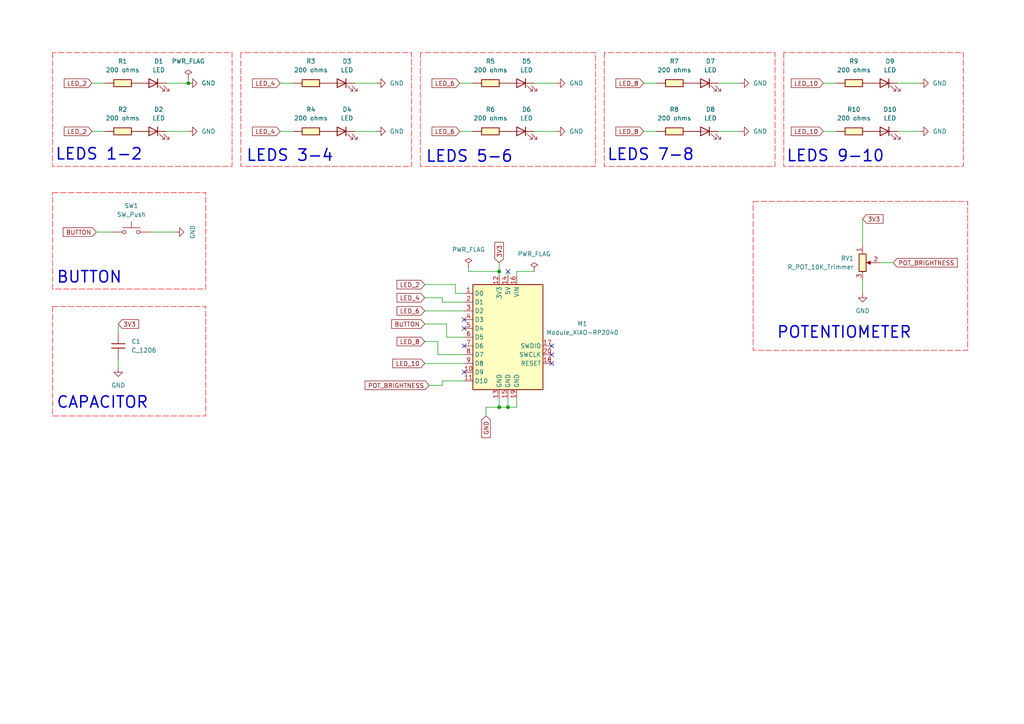
<source format=kicad_sch>
(kicad_sch (version 20250114) (generator "eeschema") (generator_version "9.0")
  (paper "A4")
  (lib_symbols
    (symbol "Device:LED" (pin_numbers (hide yes)) (pin_names (offset 1.016) (hide yes))
      (property "Reference" "D" (at 0 2.54 0))
      (property "Value" "LED" (at 0 -2.54 0))
      (symbol "LED_0_1"
        (polyline (pts (xy -3.048 -0.762) (xy -4.572 -2.286) (xy -3.81 -2.286) (xy -4.572 -2.286) (xy -4.572 -1.524)))
        (polyline (pts (xy -1.778 -0.762) (xy -3.302 -2.286) (xy -2.54 -2.286) (xy -3.302 -2.286) (xy -3.302 -1.524)))
        (polyline (pts (xy -1.27 0) (xy 1.27 0)))
        (polyline (pts (xy -1.27 -1.27) (xy -1.27 1.27)) (stroke (width 0.254)))
        (polyline (pts (xy 1.27 -1.27) (xy 1.27 1.27) (xy -1.27 0) (xy 1.27 -1.27)) (stroke (width 0.254)))
      )
      (symbol "LED_1_1"
        (pin passive line (at -3.81 0 0) (length 2.54) (name "K") (number "1"))
        (pin passive line (at 3.81 0 180) (length 2.54) (name "A") (number "2"))
      )
    )
    (symbol "PCM_fab:C_1206" (pin_numbers (hide yes))
      (property "Reference" "C" (at 0.635 2.54 0))
      (property "Value" "C_1206" (at 0.635 -2.54 0))
      (symbol "C_1206_1_1"
        (polyline (pts (xy -1.905 0.635) (xy 1.905 0.635)) (stroke (width 0.25)))
        (polyline (pts (xy -1.905 -0.635) (xy 1.905 -0.635)) (stroke (width 0.25)))
        (pin passive line (at 0 3.81 270) (length 3.175) (name "~") (number "1"))
        (pin passive line (at 0 -3.81 90) (length 3.175) (name "~") (number "2"))
      )
    )
    (symbol "PCM_fab:Module_XIAO-RP2040"
      (property "Reference" "M" (at -10.16 16.51 0))
      (property "Value" "Module_XIAO-RP2040" (at 3.81 16.51 0))
      (symbol "Module_XIAO-RP2040_1_1"
        (rectangle (start -10.16 15.24) (end 10.16 -15.24) (stroke (width 0.254)) (fill (type background)))
        (pin bidirectional line (at -12.7 12.7 0) (length 2.54) (name "D0") (number "1"))
        (pin bidirectional line (at -12.7 10.16 0) (length 2.54) (name "D1") (number "2"))
        (pin bidirectional line (at -12.7 7.62 0) (length 2.54) (name "D2") (number "3"))
        (pin bidirectional line (at -12.7 5.08 0) (length 2.54) (name "D3") (number "4"))
        (pin bidirectional line (at -12.7 2.54 0) (length 2.54) (name "D4") (number "5"))
        (pin bidirectional line (at -12.7 0 0) (length 2.54) (name "D5") (number "6"))
        (pin bidirectional line (at -12.7 -2.54 0) (length 2.54) (name "D6") (number "7"))
        (pin bidirectional line (at -12.7 -5.08 0) (length 2.54) (name "D7") (number "8"))
        (pin bidirectional line (at -12.7 -7.62 0) (length 2.54) (name "D8") (number "9"))
        (pin bidirectional line (at -12.7 -10.16 0) (length 2.54) (name "D9") (number "10"))
        (pin bidirectional line (at -12.7 -12.7 0) (length 2.54) (name "D10") (number "11"))
        (pin power_in line (at -2.54 17.78 270) (length 2.54) (name "3V3") (number "12"))
        (pin power_in line (at -2.54 -17.78 90) (length 2.54) (name "GND") (number "13"))
        (pin power_in line (at 0 17.78 270) (length 2.54) (name "5V") (number "14"))
        (pin power_in line (at 0 -17.78 90) (length 2.54) (name "GND") (number "15"))
        (pin power_in line (at 2.54 17.78 270) (length 2.54) (name "VIN") (number "16"))
        (pin power_in line (at 2.54 -17.78 90) (length 2.54) (name "GND") (number "19"))
        (pin bidirectional line (at 12.7 -2.54 180) (length 2.54) (name "SWDIO") (number "17"))
        (pin input line (at 12.7 -5.08 180) (length 2.54) (name "SWCLK") (number "20"))
        (pin input line (at 12.7 -7.62 180) (length 2.54) (name "RESET") (number "18"))
      )
    )
    (symbol "PCM_fab:PWR_FLAG" (power) (pin_numbers (hide yes)) (pin_names (offset 0) (hide yes))
      (property "Value" "PWR_FLAG" (at 0 3.81 0))
      (symbol "PWR_FLAG_0_1"
        (polyline (pts (xy 0 0) (xy 0 1.27) (xy -1.016 1.905) (xy 0 2.54) (xy 1.016 1.905) (xy 0 1.27)))
      )
      (symbol "PWR_FLAG_1_0"
        (pin power_out line (at 0 0 90) (length 0) (name "PWR_FLAG") (number "1"))
      )
    )
    (symbol "PCM_fab:R_1206" (pin_numbers (hide yes)) (pin_names (offset 0))
      (property "Reference" "R" (at 2.54 0 90))
      (property "Value" "R_1206" (at -2.54 0 90))
      (symbol "R_1206_0_1"
        (rectangle (start -1.016 -2.54) (end 1.016 2.54) (stroke (width 0.254)) (fill (type background)))
      )
      (symbol "R_1206_1_1"
        (pin passive line (at 0 5.08 270) (length 2.54) (name "~") (number "1"))
        (pin passive line (at 0 -5.08 90) (length 2.54) (name "~") (number "2"))
      )
    )
    (symbol "PCM_fab:R_POT_10K_Trimmer" (pin_names (offset 1.016) (hide yes))
      (property "Reference" "RV" (at -5.08 0 90))
      (property "Value" "R_POT_10K_Trimmer" (at -2.54 0 90))
      (symbol "R_POT_10K_Trimmer_0_1"
        (rectangle (start 1.016 2.54) (end -1.016 -2.54) (stroke (width 0.254)) (fill (type background)))
        (polyline (pts (xy 1.143 0) (xy 2.286 0.508) (xy 2.286 -0.508) (xy 1.143 0)) (fill (type outline)))
        (polyline (pts (xy 2.54 0) (xy 1.524 0)))
      )
      (symbol "R_POT_10K_Trimmer_1_1"
        (pin passive line (at 0 5.08 270) (length 2.54) (name "1") (number "1"))
        (pin passive line (at 0 -5.08 90) (length 2.54) (name "3") (number "3"))
        (pin passive line (at 5.08 0 180) (length 2.54) (name "2") (number "2"))
      )
    )
    (symbol "Switch:SW_Push" (pin_numbers (hide yes)) (pin_names (offset 1.016) (hide yes))
      (property "Reference" "SW" (at 1.27 2.54 0))
      (property "Value" "SW_Push" (at 0 -1.524 0))
      (symbol "SW_Push_0_1"
        (circle (center -2.032 0) (radius 0.508))
        (polyline (pts (xy 0 1.27) (xy 0 3.048)))
        (circle (center 2.032 0) (radius 0.508))
        (polyline (pts (xy 2.54 1.27) (xy -2.54 1.27)))
        (pin passive line (at -5.08 0 0) (length 2.54) (name "1") (number "1"))
        (pin passive line (at 5.08 0 180) (length 2.54) (name "2") (number "2"))
      )
    )
    (symbol "power:GND" (power) (pin_numbers (hide yes)) (pin_names (offset 0) (hide yes))
      (property "Value" "GND" (at 0 -3.81 0))
      (symbol "GND_0_1"
        (polyline (pts (xy 0 0) (xy 0 -1.27) (xy 1.27 -1.27) (xy 0 -2.54) (xy -1.27 -1.27) (xy 0 -1.27)))
      )
      (symbol "GND_1_1"
        (pin power_in line (at 0 0 270) (length 0) (name "~") (number "1"))
      )
    )
  )
  (text "LEDS 1-2\n\n" (at 28.702 47.498 0) (effects (font (size 3.302 3.302) (thickness 0.4128))))
  (text "POTENTIOMETER" (at 244.856 96.52 0) (effects (font (size 3.302 3.302) (thickness 0.4128))))
  (text "LEDS 7-8\n\n\n" (at 188.722 50.292 0) (effects (font (size 3.302 3.302) (thickness 0.4128))))
  (text "BUTTON\n" (at 25.908 80.518 0) (effects (font (size 3.302 3.302) (thickness 0.4128))))
  (text "LEDS 9-10\n\n" (at 242.316 48.006 0) (effects (font (size 3.302 3.302) (thickness 0.4128))))
  (text "LEDS 3-4\n\n\n" (at 84.074 50.546 0) (effects (font (size 3.302 3.302) (thickness 0.4128))))
  (text "CAPACITOR" (at 29.718 116.84 0) (effects (font (size 3.302 3.302) (thickness 0.4128))))
  (text "LEDS 5-6\n\n\n" (at 136.144 50.8 0) (effects (font (size 3.302 3.302) (thickness 0.4128))))
  (junction (at 54.61 24.13))
  (junction (at 144.78 118.11))
  (junction (at 147.32 118.11))
  (junction (at 144.78 78.74))
  (no_connect (at 134.62 100.33))
  (no_connect (at 160.02 100.33))
  (no_connect (at 134.62 92.71))
  (no_connect (at 134.62 95.25))
  (no_connect (at 160.02 105.41))
  (no_connect (at 134.62 107.95))
  (no_connect (at 147.32 78.74))
  (no_connect (at 160.02 102.87))
  (wire (pts (xy 144.78 118.11) (xy 144.78 115.57)))
  (wire (pts (xy 102.87 38.1) (xy 109.22 38.1)))
  (wire (pts (xy 147.32 118.11) (xy 149.86 118.11)))
  (wire (pts (xy 134.62 110.49) (xy 128.27 110.49)))
  (wire (pts (xy 128.27 110.49) (xy 128.27 111.76)))
  (wire (pts (xy 186.69 24.13) (xy 190.5 24.13)))
  (wire (pts (xy 27.94 67.31) (xy 33.02 67.31)))
  (wire (pts (xy 186.69 38.1) (xy 190.5 38.1)))
  (wire (pts (xy 135.89 77.47) (xy 135.89 78.74)))
  (wire (pts (xy 102.87 24.13) (xy 109.22 24.13)))
  (wire (pts (xy 149.86 78.74) (xy 154.94 78.74)))
  (wire (pts (xy 147.32 78.74) (xy 147.32 80.01)))
  (wire (pts (xy 26.67 38.1) (xy 30.48 38.1)))
  (wire (pts (xy 81.28 24.13) (xy 85.09 24.13)))
  (wire (pts (xy 128.27 87.63) (xy 128.27 86.36)))
  (wire (pts (xy 54.61 22.86) (xy 54.61 24.13)))
  (wire (pts (xy 250.19 81.28) (xy 250.19 85.09)))
  (wire (pts (xy 134.62 90.17) (xy 123.19 90.17)))
  (wire (pts (xy 127 99.06) (xy 127 102.87)))
  (wire (pts (xy 127 99.06) (xy 123.19 99.06)))
  (wire (pts (xy 147.32 115.57) (xy 147.32 118.11)))
  (wire (pts (xy 132.08 85.09) (xy 134.62 85.09)))
  (wire (pts (xy 149.86 115.57) (xy 149.86 118.11)))
  (wire (pts (xy 81.28 38.1) (xy 85.09 38.1)))
  (wire (pts (xy 208.28 24.13) (xy 214.63 24.13)))
  (wire (pts (xy 132.08 82.55) (xy 132.08 85.09)))
  (wire (pts (xy 123.19 105.41) (xy 134.62 105.41)))
  (wire (pts (xy 260.35 38.1) (xy 266.7 38.1)))
  (wire (pts (xy 134.62 97.79) (xy 129.54 97.79)))
  (wire (pts (xy 48.26 24.13) (xy 54.61 24.13)))
  (wire (pts (xy 135.89 78.74) (xy 144.78 78.74)))
  (wire (pts (xy 123.19 82.55) (xy 132.08 82.55)))
  (wire (pts (xy 238.76 38.1) (xy 242.57 38.1)))
  (wire (pts (xy 255.27 76.2) (xy 259.08 76.2)))
  (wire (pts (xy 48.26 38.1) (xy 54.61 38.1)))
  (wire (pts (xy 129.54 97.79) (xy 129.54 93.98)))
  (wire (pts (xy 128.27 86.36) (xy 123.19 86.36)))
  (wire (pts (xy 133.35 24.13) (xy 137.16 24.13)))
  (wire (pts (xy 34.29 93.98) (xy 34.29 96.52)))
  (wire (pts (xy 129.54 93.98) (xy 123.19 93.98)))
  (wire (pts (xy 43.18 67.31) (xy 50.8 67.31)))
  (wire (pts (xy 128.27 111.76) (xy 124.46 111.76)))
  (wire (pts (xy 154.94 24.13) (xy 161.29 24.13)))
  (wire (pts (xy 133.35 38.1) (xy 137.16 38.1)))
  (wire (pts (xy 134.62 87.63) (xy 128.27 87.63)))
  (wire (pts (xy 250.19 63.5) (xy 250.19 71.12)))
  (wire (pts (xy 154.94 38.1) (xy 161.29 38.1)))
  (wire (pts (xy 260.35 24.13) (xy 266.7 24.13)))
  (wire (pts (xy 26.67 24.13) (xy 30.48 24.13)))
  (wire (pts (xy 134.62 102.87) (xy 127 102.87)))
  (wire (pts (xy 144.78 118.11) (xy 147.32 118.11)))
  (wire (pts (xy 140.97 120.65) (xy 140.97 118.11)))
  (wire (pts (xy 149.86 78.74) (xy 149.86 80.01)))
  (wire (pts (xy 144.78 76.2) (xy 144.78 78.74)))
  (wire (pts (xy 238.76 24.13) (xy 242.57 24.13)))
  (wire (pts (xy 144.78 78.74) (xy 144.78 80.01)))
  (wire (pts (xy 34.29 104.14) (xy 34.29 106.68)))
  (wire (pts (xy 140.97 118.11) (xy 144.78 118.11)))
  (wire (pts (xy 208.28 38.1) (xy 214.63 38.1)))
  (global_label "LED_8" (shape input) (at 123.19 99.06 180) (property "Intersheetrefs" "${INTERSHEET_REFS}" (effects (hide yes))))
  (global_label "GND" (shape input) (at 140.97 120.65 270) (property "Intersheetrefs" "${INTERSHEET_REFS}" (effects (hide yes))))
  (global_label "POT_BRIGHTNESS" (shape input) (at 124.46 111.76 180) (property "Intersheetrefs" "${INTERSHEET_REFS}" (effects (hide yes))))
  (global_label "LED_4" (shape input) (at 123.19 86.36 180) (property "Intersheetrefs" "${INTERSHEET_REFS}" (effects (hide yes))))
  (global_label "LED_6" (shape input) (at 133.35 24.13 180) (property "Intersheetrefs" "${INTERSHEET_REFS}" (effects (hide yes))))
  (global_label "3V3" (shape input) (at 250.19 63.5 0) (property "Intersheetrefs" "${INTERSHEET_REFS}" (effects (hide yes))))
  (global_label "LED_2" (shape input) (at 26.67 38.1 180) (property "Intersheetrefs" "${INTERSHEET_REFS}" (effects (hide yes))))
  (global_label "LED_10" (shape input) (at 123.19 105.41 180) (property "Intersheetrefs" "${INTERSHEET_REFS}" (effects (hide yes))))
  (global_label "LED_6" (shape input) (at 123.19 90.17 180) (property "Intersheetrefs" "${INTERSHEET_REFS}" (effects (hide yes))))
  (global_label "LED_8" (shape input) (at 186.69 38.1 180) (property "Intersheetrefs" "${INTERSHEET_REFS}" (effects (hide yes))))
  (global_label "LED_4" (shape input) (at 81.28 38.1 180) (property "Intersheetrefs" "${INTERSHEET_REFS}" (effects (hide yes))))
  (global_label "POT_BRIGHTNESS" (shape input) (at 259.08 76.2 0) (property "Intersheetrefs" "${INTERSHEET_REFS}" (effects (hide yes))))
  (global_label "3V3" (shape input) (at 34.29 93.98 0) (property "Intersheetrefs" "${INTERSHEET_REFS}" (effects (hide yes))))
  (global_label "LED_2" (shape input) (at 123.19 82.55 180) (property "Intersheetrefs" "${INTERSHEET_REFS}" (effects (hide yes))))
  (global_label "LED_6" (shape input) (at 133.35 38.1 180) (property "Intersheetrefs" "${INTERSHEET_REFS}" (effects (hide yes))))
  (global_label "BUTTON" (shape input) (at 27.94 67.31 180) (property "Intersheetrefs" "${INTERSHEET_REFS}" (effects (hide yes))))
  (global_label "LED_2" (shape input) (at 26.67 24.13 180) (property "Intersheetrefs" "${INTERSHEET_REFS}" (effects (hide yes))))
  (global_label "LED_4" (shape input) (at 81.28 24.13 180) (property "Intersheetrefs" "${INTERSHEET_REFS}" (effects (hide yes))))
  (global_label "3V3" (shape input) (at 144.78 76.2 90) (property "Intersheetrefs" "${INTERSHEET_REFS}" (effects (hide yes))))
  (global_label "BUTTON" (shape input) (at 123.19 93.98 180) (property "Intersheetrefs" "${INTERSHEET_REFS}" (effects (hide yes))))
  (global_label "LED_10" (shape input) (at 238.76 38.1 180) (property "Intersheetrefs" "${INTERSHEET_REFS}" (effects (hide yes))))
  (global_label "LED_8" (shape input) (at 186.69 24.13 180) (property "Intersheetrefs" "${INTERSHEET_REFS}" (effects (hide yes))))
  (global_label "LED_10" (shape input) (at 238.76 24.13 180) (property "Intersheetrefs" "${INTERSHEET_REFS}" (effects (hide yes))))
  (rule_area (polyline (pts (xy 15.24 15.24) (xy 15.24 48.26) (xy 67.31 48.26) (xy 67.31 15.24)) (stroke (width 0) (type dash))))
  (rule_area (polyline (pts (xy 227.33 15.24) (xy 227.33 48.26) (xy 279.4 48.26) (xy 279.4 15.24)) (stroke (width 0) (type dash))))
  (rule_area (polyline (pts (xy 15.24 55.88) (xy 59.69 55.88) (xy 59.69 83.82) (xy 15.24 83.82)) (stroke (width 0) (type dash))))
  (rule_area (polyline (pts (xy 121.92 15.24) (xy 121.92 48.26) (xy 172.72 48.26) (xy 172.72 15.24)) (stroke (width 0) (type dash))))
  (rule_area (polyline (pts (xy 175.26 15.24) (xy 175.26 48.26) (xy 224.79 48.26) (xy 224.79 15.24)) (stroke (width 0) (type dash))))
  (rule_area (polyline (pts (xy 69.85 15.24) (xy 69.85 48.26) (xy 119.38 48.26) (xy 119.38 15.24)) (stroke (width 0) (type dash))))
  (rule_area (polyline (pts (xy 15.24 88.9) (xy 59.69 88.9) (xy 59.69 120.65) (xy 15.24 120.65)) (stroke (width 0) (type dash))))
  (rule_area (polyline (pts (xy 218.44 58.42) (xy 280.67 58.42) (xy 280.67 101.6) (xy 218.44 101.6)) (stroke (width 0) (type dash))))
  (symbol (lib_id "PCM_fab:R_1206") (at 247.65 38.1 270) (unit 1)
    (property "Reference" "R10" (at 247.65 31.75 90))
    (property "Value" "200 ohms" (at 247.65 34.29 90))
    (property "Footprint" "PCM_fab:R_1206" (effects (hide yes)))
    (property "Description" "Resistor" (effects (hide yes)))
  )
  (symbol (lib_id "PCM_fab:R_1206") (at 90.17 38.1 270) (unit 1)
    (property "Reference" "R4" (at 90.17 31.75 90))
    (property "Value" "200 ohms" (at 90.17 34.29 90))
    (property "Footprint" "PCM_fab:R_1206" (effects (hide yes)))
    (property "Description" "Resistor" (effects (hide yes)))
  )
  (symbol (lib_id "power:GND") (at 266.7 38.1 90) (unit 1)
    (property "Reference" "#PWR012" (effects (hide yes)))
    (property "Value" "GND" (at 270.51 38.0999 90) (effects (justify right)))
    (property "Description" "Power symbol creates a global label with name \"GND\" , ground" (effects (hide yes)))
  )
  (symbol (lib_id "PCM_fab:R_1206") (at 142.24 24.13 270) (unit 1)
    (property "Reference" "R5" (at 142.24 17.78 90))
    (property "Value" "200 ohms" (at 142.24 20.32 90))
    (property "Footprint" "PCM_fab:R_1206" (effects (hide yes)))
    (property "Description" "Resistor" (effects (hide yes)))
  )
  (symbol (lib_id "Device:LED") (at 44.45 24.13 0) (mirror y) (unit 1)
    (property "Reference" "D1" (at 46.0375 17.78 0))
    (property "Value" "LED" (at 46.0375 20.32 0))
    (property "Footprint" "LED_SMD:LED_1206_3216Metric_Pad1.42x1.75mm_HandSolder" (effects (hide yes)))
    (property "Description" "Light emitting diode" (effects (hide yes)))
    (property "Sim.Pins" "1=K 2=A" (effects (hide yes)))
  )
  (symbol (lib_id "Device:LED") (at 151.13 38.1 0) (mirror y) (unit 1)
    (property "Reference" "D6" (at 152.7175 31.75 0))
    (property "Value" "LED" (at 152.7175 34.29 0))
    (property "Footprint" "LED_SMD:LED_1206_3216Metric_Pad1.42x1.75mm_HandSolder" (effects (hide yes)))
    (property "Description" "Light emitting diode" (effects (hide yes)))
    (property "Sim.Pins" "1=K 2=A" (effects (hide yes)))
  )
  (symbol (lib_id "PCM_fab:R_POT_10K_Trimmer") (at 250.19 76.2 0) (unit 1)
    (property "Reference" "RV1" (at 247.65 74.9299 0) (effects (justify right)))
    (property "Value" "R_POT_10K_Trimmer" (at 247.65 77.4699 0) (effects (justify right)))
    (property "Footprint" "PCM_fab:Potentiometer_TT_Model-23_4.5x5.0x3.0mm" (effects (hide yes)))
    (property "Datasheet" "https://www.ttelectronics.com/TTElectronics/media/ProductFiles/Trimmers/Datasheets/23.pdf" (effects (hide yes)))
    (property "Description" "Trimmer Potentiometer 10K TT Electronics 23BR10KLFTR" (effects (hide yes)))
  )
  (symbol (lib_id "power:GND") (at 109.22 24.13 90) (unit 1)
    (property "Reference" "#PWR05" (effects (hide yes)))
    (property "Value" "GND" (at 113.03 24.1299 90) (effects (justify right)))
    (property "Description" "Power symbol creates a global label with name \"GND\" , ground" (effects (hide yes)))
  )
  (symbol (lib_id "PCM_fab:R_1206") (at 247.65 24.13 270) (unit 1)
    (property "Reference" "R9" (at 247.65 17.78 90))
    (property "Value" "200 ohms" (at 247.65 20.32 90))
    (property "Footprint" "PCM_fab:R_1206" (effects (hide yes)))
    (property "Description" "Resistor" (effects (hide yes)))
  )
  (symbol (lib_id "PCM_fab:PWR_FLAG") (at 154.94 78.74 0) (unit 1)
    (property "Reference" "#FLG01" (effects (hide yes)))
    (property "Value" "PWR_FLAG" (at 154.94 73.66 0))
    (property "Description" "Special symbol for telling ERC where power comes from" (effects (hide yes)))
  )
  (symbol (lib_id "PCM_fab:R_1206") (at 195.58 38.1 270) (unit 1)
    (property "Reference" "R8" (at 195.58 31.75 90))
    (property "Value" "200 ohms" (at 195.58 34.29 90))
    (property "Footprint" "PCM_fab:R_1206" (effects (hide yes)))
    (property "Description" "Resistor" (effects (hide yes)))
  )
  (symbol (lib_id "PCM_fab:R_1206") (at 35.56 24.13 270) (unit 1)
    (property "Reference" "R1" (at 35.56 17.78 90))
    (property "Value" "200 ohms" (at 35.56 20.32 90))
    (property "Footprint" "PCM_fab:R_1206" (effects (hide yes)))
    (property "Description" "Resistor" (effects (hide yes)))
  )
  (symbol (lib_id "power:GND") (at 34.29 106.68 0) (unit 1)
    (property "Reference" "#PWR03" (effects (hide yes)))
    (property "Value" "GND" (at 34.29 111.76 0))
    (property "Description" "Power symbol creates a global label with name \"GND\" , ground" (effects (hide yes)))
  )
  (symbol (lib_id "Device:LED") (at 151.13 24.13 0) (mirror y) (unit 1)
    (property "Reference" "D5" (at 152.7175 17.78 0))
    (property "Value" "LED" (at 152.7175 20.32 0))
    (property "Footprint" "LED_SMD:LED_1206_3216Metric_Pad1.42x1.75mm_HandSolder" (effects (hide yes)))
    (property "Description" "Light emitting diode" (effects (hide yes)))
    (property "Sim.Pins" "1=K 2=A" (effects (hide yes)))
  )
  (symbol (lib_id "PCM_fab:C_1206") (at 34.29 100.33 0) (unit 1)
    (property "Reference" "C1" (at 38.1 99.0599 0) (effects (justify left)))
    (property "Value" "C_1206" (at 38.1 101.5999 0) (effects (justify left)))
    (property "Footprint" "PCM_fab:C_1206" (effects (hide yes)))
    (property "Datasheet" "https://www.yageo.com/upload/media/product/productsearch/datasheet/mlcc/UPY-GP_NP0_16V-to-50V_18.pdf" (effects (hide yes)))
    (property "Description" "Unpolarized capacitor, SMD, 1206" (effects (hide yes)))
  )
  (symbol (lib_id "power:GND") (at 161.29 38.1 90) (unit 1)
    (property "Reference" "#PWR08" (effects (hide yes)))
    (property "Value" "GND" (at 165.1 38.0999 90) (effects (justify right)))
    (property "Description" "Power symbol creates a global label with name \"GND\" , ground" (effects (hide yes)))
  )
  (symbol (lib_id "power:GND") (at 214.63 38.1 90) (unit 1)
    (property "Reference" "#PWR010" (effects (hide yes)))
    (property "Value" "GND" (at 218.44 38.0999 90) (effects (justify right)))
    (property "Description" "Power symbol creates a global label with name \"GND\" , ground" (effects (hide yes)))
  )
  (symbol (lib_id "Device:LED") (at 256.54 38.1 0) (mirror y) (unit 1)
    (property "Reference" "D10" (at 258.1275 31.75 0))
    (property "Value" "LED" (at 258.1275 34.29 0))
    (property "Footprint" "LED_SMD:LED_1206_3216Metric_Pad1.42x1.75mm_HandSolder" (effects (hide yes)))
    (property "Description" "Light emitting diode" (effects (hide yes)))
    (property "Sim.Pins" "1=K 2=A" (effects (hide yes)))
  )
  (symbol (lib_id "Device:LED") (at 44.45 38.1 0) (mirror y) (unit 1)
    (property "Reference" "D2" (at 46.0375 31.75 0))
    (property "Value" "LED" (at 46.0375 34.29 0))
    (property "Footprint" "LED_SMD:LED_1206_3216Metric_Pad1.42x1.75mm_HandSolder" (effects (hide yes)))
    (property "Description" "Light emitting diode" (effects (hide yes)))
    (property "Sim.Pins" "1=K 2=A" (effects (hide yes)))
  )
  (symbol (lib_id "power:GND") (at 214.63 24.13 90) (unit 1)
    (property "Reference" "#PWR09" (effects (hide yes)))
    (property "Value" "GND" (at 218.44 24.1299 90) (effects (justify right)))
    (property "Description" "Power symbol creates a global label with name \"GND\" , ground" (effects (hide yes)))
  )
  (symbol (lib_id "Device:LED") (at 204.47 38.1 0) (mirror y) (unit 1)
    (property "Reference" "D8" (at 206.0575 31.75 0))
    (property "Value" "LED" (at 206.0575 34.29 0))
    (property "Footprint" "LED_SMD:LED_1206_3216Metric_Pad1.42x1.75mm_HandSolder" (effects (hide yes)))
    (property "Description" "Light emitting diode" (effects (hide yes)))
    (property "Sim.Pins" "1=K 2=A" (effects (hide yes)))
  )
  (symbol (lib_id "power:GND") (at 161.29 24.13 90) (unit 1)
    (property "Reference" "#PWR07" (effects (hide yes)))
    (property "Value" "GND" (at 165.1 24.1299 90) (effects (justify right)))
    (property "Description" "Power symbol creates a global label with name \"GND\" , ground" (effects (hide yes)))
  )
  (symbol (lib_id "PCM_fab:R_1206") (at 195.58 24.13 270) (unit 1)
    (property "Reference" "R7" (at 195.58 17.78 90))
    (property "Value" "200 ohms" (at 195.58 20.32 90))
    (property "Footprint" "PCM_fab:R_1206" (effects (hide yes)))
    (property "Description" "Resistor" (effects (hide yes)))
  )
  (symbol (lib_id "power:GND") (at 50.8 67.31 90) (unit 1)
    (property "Reference" "#PWR02" (effects (hide yes)))
    (property "Value" "GND" (at 55.88 67.31 0))
    (property "Description" "Power symbol creates a global label with name \"GND\" , ground" (effects (hide yes)))
  )
  (symbol (lib_id "power:GND") (at 54.61 38.1 90) (unit 1)
    (property "Reference" "#PWR04" (effects (hide yes)))
    (property "Value" "GND" (at 58.42 38.0999 90) (effects (justify right)))
    (property "Description" "Power symbol creates a global label with name \"GND\" , ground" (effects (hide yes)))
  )
  (symbol (lib_id "PCM_fab:R_1206") (at 35.56 38.1 270) (unit 1)
    (property "Reference" "R2" (at 35.56 31.75 90))
    (property "Value" "200 ohms" (at 35.56 34.29 90))
    (property "Footprint" "PCM_fab:R_1206" (effects (hide yes)))
    (property "Description" "Resistor" (effects (hide yes)))
  )
  (symbol (lib_id "PCM_fab:R_1206") (at 142.24 38.1 270) (unit 1)
    (property "Reference" "R6" (at 142.24 31.75 90))
    (property "Value" "200 ohms" (at 142.24 34.29 90))
    (property "Footprint" "PCM_fab:R_1206" (effects (hide yes)))
    (property "Description" "Resistor" (effects (hide yes)))
  )
  (symbol (lib_id "Device:LED") (at 99.06 38.1 0) (mirror y) (unit 1)
    (property "Reference" "D4" (at 100.6475 31.75 0))
    (property "Value" "LED" (at 100.6475 34.29 0))
    (property "Footprint" "LED_SMD:LED_1206_3216Metric_Pad1.42x1.75mm_HandSolder" (effects (hide yes)))
    (property "Description" "Light emitting diode" (effects (hide yes)))
    (property "Sim.Pins" "1=K 2=A" (effects (hide yes)))
  )
  (symbol (lib_id "Switch:SW_Push") (at 38.1 67.31 0) (unit 1)
    (property "Reference" "SW1" (at 38.1 59.69 0))
    (property "Value" "SW_Push" (at 38.1 62.23 0))
    (property "Footprint" "Button_Switch_SMD:SW_Push_1TS009xxxx-xxxx-xxxx_6x6x5mm" (effects (hide yes)))
    (property "Description" "Push button switch, generic, two pins" (effects (hide yes)))
  )
  (symbol (lib_id "PCM_fab:PWR_FLAG") (at 135.89 77.47 0) (unit 1)
    (property "Reference" "#FLG03" (effects (hide yes)))
    (property "Value" "PWR_FLAG" (at 135.89 72.39 0))
    (property "Description" "Special symbol for telling ERC where power comes from" (effects (hide yes)))
  )
  (symbol (lib_id "power:GND") (at 250.19 85.09 0) (unit 1)
    (property "Reference" "#PWR014" (effects (hide yes)))
    (property "Value" "GND" (at 250.19 90.17 0))
    (property "Description" "Power symbol creates a global label with name \"GND\" , ground" (effects (hide yes)))
  )
  (symbol (lib_id "PCM_fab:PWR_FLAG") (at 54.61 22.86 0) (unit 1)
    (property "Reference" "#FLG02" (effects (hide yes)))
    (property "Value" "PWR_FLAG" (at 54.61 17.78 0))
    (property "Description" "Special symbol for telling ERC where power comes from" (effects (hide yes)))
  )
  (symbol (lib_id "PCM_fab:R_1206") (at 90.17 24.13 270) (unit 1)
    (property "Reference" "R3" (at 90.17 17.78 90))
    (property "Value" "200 ohms" (at 90.17 20.32 90))
    (property "Footprint" "PCM_fab:R_1206" (effects (hide yes)))
    (property "Description" "Resistor" (effects (hide yes)))
  )
  (symbol (lib_id "power:GND") (at 54.61 24.13 90) (unit 1)
    (property "Reference" "#PWR01" (effects (hide yes)))
    (property "Value" "GND" (at 58.42 24.1299 90) (effects (justify right)))
    (property "Description" "Power symbol creates a global label with name \"GND\" , ground" (effects (hide yes)))
  )
  (symbol (lib_id "PCM_fab:Module_XIAO-RP2040") (at 147.32 97.79 0) (unit 1)
    (property "Reference" "M1" (at 168.91 93.9098 0))
    (property "Value" "Module_XIAO-RP2040" (at 168.91 96.4498 0))
    (property "Footprint" "PCM_fab:SeeedStudio_XIAO_RP2040" (effects (hide yes)))
    (property "Datasheet" "https://wiki.seeedstudio.com/XIAO-RP2040/" (effects (hide yes)))
    (property "Description" "RP2040 XIAO RP2040 - ARM® Dual-Core Cortex®-M0+ MCU 32-Bit Embedded Evaluation Board" (effects (hide yes)))
  )
  (symbol (lib_id "power:GND") (at 109.22 38.1 90) (unit 1)
    (property "Reference" "#PWR06" (effects (hide yes)))
    (property "Value" "GND" (at 113.03 38.0999 90) (effects (justify right)))
    (property "Description" "Power symbol creates a global label with name \"GND\" , ground" (effects (hide yes)))
  )
  (symbol (lib_id "power:GND") (at 266.7 24.13 90) (unit 1)
    (property "Reference" "#PWR011" (effects (hide yes)))
    (property "Value" "GND" (at 270.51 24.1299 90) (effects (justify right)))
    (property "Description" "Power symbol creates a global label with name \"GND\" , ground" (effects (hide yes)))
  )
  (symbol (lib_id "Device:LED") (at 99.06 24.13 0) (mirror y) (unit 1)
    (property "Reference" "D3" (at 100.6475 17.78 0))
    (property "Value" "LED" (at 100.6475 20.32 0))
    (property "Footprint" "LED_SMD:LED_1206_3216Metric_Pad1.42x1.75mm_HandSolder" (effects (hide yes)))
    (property "Description" "Light emitting diode" (effects (hide yes)))
    (property "Sim.Pins" "1=K 2=A" (effects (hide yes)))
  )
  (symbol (lib_id "Device:LED") (at 256.54 24.13 0) (mirror y) (unit 1)
    (property "Reference" "D9" (at 258.1275 17.78 0))
    (property "Value" "LED" (at 258.1275 20.32 0))
    (property "Footprint" "LED_SMD:LED_1206_3216Metric_Pad1.42x1.75mm_HandSolder" (effects (hide yes)))
    (property "Description" "Light emitting diode" (effects (hide yes)))
    (property "Sim.Pins" "1=K 2=A" (effects (hide yes)))
  )
  (symbol (lib_id "Device:LED") (at 204.47 24.13 0) (mirror y) (unit 1)
    (property "Reference" "D7" (at 206.0575 17.78 0))
    (property "Value" "LED" (at 206.0575 20.32 0))
    (property "Footprint" "LED_SMD:LED_1206_3216Metric_Pad1.42x1.75mm_HandSolder" (effects (hide yes)))
    (property "Description" "Light emitting diode" (effects (hide yes)))
    (property "Sim.Pins" "1=K 2=A" (effects (hide yes)))
  )
)
</source>
